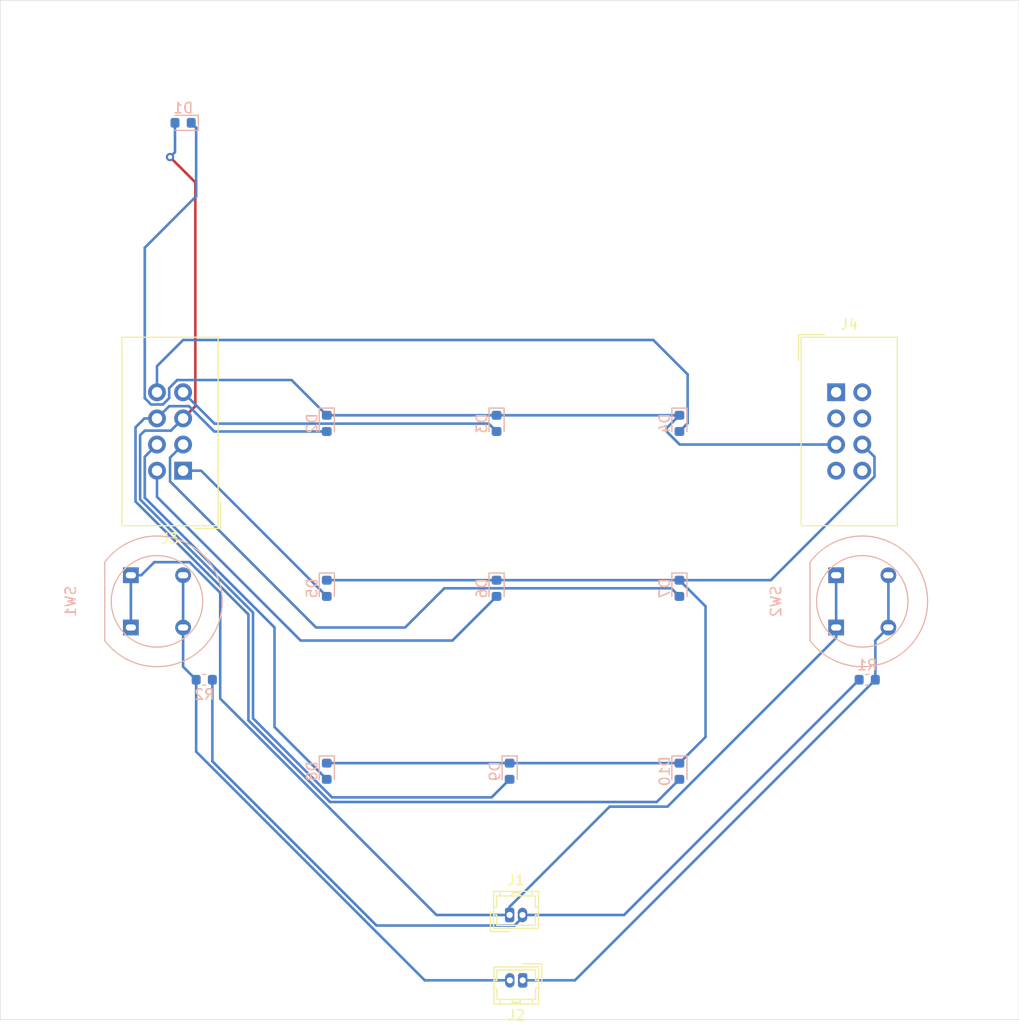
<source format=kicad_pcb>
(kicad_pcb (version 20171130) (host pcbnew "(5.1.0-0)")

  (general
    (thickness 1.6)
    (drawings 16)
    (tracks 123)
    (zones 0)
    (modules 18)
    (nets 21)
  )

  (page A4)
  (layers
    (0 F.Cu signal)
    (31 B.Cu signal)
    (32 B.Adhes user)
    (33 F.Adhes user)
    (34 B.Paste user)
    (35 F.Paste user)
    (36 B.SilkS user)
    (37 F.SilkS user)
    (38 B.Mask user)
    (39 F.Mask user)
    (40 Dwgs.User user)
    (41 Cmts.User user)
    (42 Eco1.User user)
    (43 Eco2.User user)
    (44 Edge.Cuts user)
    (45 Margin user)
    (46 B.CrtYd user)
    (47 F.CrtYd user)
    (48 B.Fab user)
    (49 F.Fab user)
  )

  (setup
    (last_trace_width 0.25)
    (trace_clearance 0.2)
    (zone_clearance 0.508)
    (zone_45_only no)
    (trace_min 0.2)
    (via_size 0.8)
    (via_drill 0.4)
    (via_min_size 0.4)
    (via_min_drill 0.3)
    (uvia_size 0.3)
    (uvia_drill 0.1)
    (uvias_allowed no)
    (uvia_min_size 0.2)
    (uvia_min_drill 0.1)
    (edge_width 0.05)
    (segment_width 0.2)
    (pcb_text_width 0.3)
    (pcb_text_size 1.5 1.5)
    (mod_edge_width 0.12)
    (mod_text_size 1 1)
    (mod_text_width 0.15)
    (pad_size 1.524 1.524)
    (pad_drill 0.762)
    (pad_to_mask_clearance 0.051)
    (solder_mask_min_width 0.25)
    (aux_axis_origin 0 0)
    (visible_elements FFFFFF7F)
    (pcbplotparams
      (layerselection 0x010fc_ffffffff)
      (usegerberextensions false)
      (usegerberattributes false)
      (usegerberadvancedattributes false)
      (creategerberjobfile false)
      (excludeedgelayer true)
      (linewidth 0.100000)
      (plotframeref false)
      (viasonmask false)
      (mode 1)
      (useauxorigin false)
      (hpglpennumber 1)
      (hpglpenspeed 20)
      (hpglpendiameter 15.000000)
      (psnegative false)
      (psa4output false)
      (plotreference true)
      (plotvalue true)
      (plotinvisibletext false)
      (padsonsilk false)
      (subtractmaskfromsilk false)
      (outputformat 1)
      (mirror false)
      (drillshape 1)
      (scaleselection 1)
      (outputdirectory ""))
  )

  (net 0 "")
  (net 1 DIG4)
  (net 2 SEGE)
  (net 3 SEGF)
  (net 4 SEGG)
  (net 5 SEGDP)
  (net 6 DIG5)
  (net 7 SEGA)
  (net 8 SEGB)
  (net 9 SEGC)
  (net 10 SEGD)
  (net 11 GND)
  (net 12 3.3V)
  (net 13 GPIO1)
  (net 14 GPIO0)
  (net 15 DIG6)
  (net 16 DIG3)
  (net 17 DIG2)
  (net 18 DIG1)
  (net 19 DIG0)
  (net 20 DIG7)

  (net_class Default "This is the default net class."
    (clearance 0.2)
    (trace_width 0.25)
    (via_dia 0.8)
    (via_drill 0.4)
    (uvia_dia 0.3)
    (uvia_drill 0.1)
    (add_net 3.3V)
    (add_net DIG0)
    (add_net DIG1)
    (add_net DIG2)
    (add_net DIG3)
    (add_net DIG4)
    (add_net DIG5)
    (add_net DIG6)
    (add_net DIG7)
    (add_net GND)
    (add_net GPIO0)
    (add_net GPIO1)
    (add_net SEGA)
    (add_net SEGB)
    (add_net SEGC)
    (add_net SEGD)
    (add_net SEGDP)
    (add_net SEGE)
    (add_net SEGF)
    (add_net SEGG)
  )

  (module LED_SMD:LED_0603_1608Metric (layer B.Cu) (tedit 5B301BBE) (tstamp 5D22972C)
    (at 119.38 58.9025 180)
    (descr "LED SMD 0603 (1608 Metric), square (rectangular) end terminal, IPC_7351 nominal, (Body size source: http://www.tortai-tech.com/upload/download/2011102023233369053.pdf), generated with kicad-footprint-generator")
    (tags diode)
    (path /5D346D6E)
    (attr smd)
    (fp_text reference D1 (at 0 1.43 180) (layer B.SilkS)
      (effects (font (size 1 1) (thickness 0.15)) (justify mirror))
    )
    (fp_text value LED (at 0 -1.43 180) (layer B.Fab)
      (effects (font (size 1 1) (thickness 0.15)) (justify mirror))
    )
    (fp_line (start 0.8 0.4) (end -0.5 0.4) (layer B.Fab) (width 0.1))
    (fp_line (start -0.5 0.4) (end -0.8 0.1) (layer B.Fab) (width 0.1))
    (fp_line (start -0.8 0.1) (end -0.8 -0.4) (layer B.Fab) (width 0.1))
    (fp_line (start -0.8 -0.4) (end 0.8 -0.4) (layer B.Fab) (width 0.1))
    (fp_line (start 0.8 -0.4) (end 0.8 0.4) (layer B.Fab) (width 0.1))
    (fp_line (start 0.8 0.735) (end -1.485 0.735) (layer B.SilkS) (width 0.12))
    (fp_line (start -1.485 0.735) (end -1.485 -0.735) (layer B.SilkS) (width 0.12))
    (fp_line (start -1.485 -0.735) (end 0.8 -0.735) (layer B.SilkS) (width 0.12))
    (fp_line (start -1.48 -0.73) (end -1.48 0.73) (layer B.CrtYd) (width 0.05))
    (fp_line (start -1.48 0.73) (end 1.48 0.73) (layer B.CrtYd) (width 0.05))
    (fp_line (start 1.48 0.73) (end 1.48 -0.73) (layer B.CrtYd) (width 0.05))
    (fp_line (start 1.48 -0.73) (end -1.48 -0.73) (layer B.CrtYd) (width 0.05))
    (fp_text user %R (at 0 0 180) (layer B.Fab)
      (effects (font (size 0.4 0.4) (thickness 0.06)) (justify mirror))
    )
    (pad 1 smd roundrect (at -0.7875 0 180) (size 0.875 0.95) (layers B.Cu B.Paste B.Mask) (roundrect_rratio 0.25)
      (net 1 DIG4))
    (pad 2 smd roundrect (at 0.7875 0 180) (size 0.875 0.95) (layers B.Cu B.Paste B.Mask) (roundrect_rratio 0.25)
      (net 2 SEGE))
    (model ${KISYS3DMOD}/LED_SMD.3dshapes/LED_0603_1608Metric.wrl
      (at (xyz 0 0 0))
      (scale (xyz 1 1 1))
      (rotate (xyz 0 0 0))
    )
  )

  (module LED_SMD:LED_0603_1608Metric (layer B.Cu) (tedit 5B301BBE) (tstamp 5D22973F)
    (at 133.35 88.1125 270)
    (descr "LED SMD 0603 (1608 Metric), square (rectangular) end terminal, IPC_7351 nominal, (Body size source: http://www.tortai-tech.com/upload/download/2011102023233369053.pdf), generated with kicad-footprint-generator")
    (tags diode)
    (path /5D3473DE)
    (attr smd)
    (fp_text reference D2 (at 0 1.43 270) (layer B.SilkS)
      (effects (font (size 1 1) (thickness 0.15)) (justify mirror))
    )
    (fp_text value LED (at 0 -1.43 270) (layer B.Fab)
      (effects (font (size 1 1) (thickness 0.15)) (justify mirror))
    )
    (fp_text user %R (at 0 0 270) (layer B.Fab)
      (effects (font (size 0.4 0.4) (thickness 0.06)) (justify mirror))
    )
    (fp_line (start 1.48 -0.73) (end -1.48 -0.73) (layer B.CrtYd) (width 0.05))
    (fp_line (start 1.48 0.73) (end 1.48 -0.73) (layer B.CrtYd) (width 0.05))
    (fp_line (start -1.48 0.73) (end 1.48 0.73) (layer B.CrtYd) (width 0.05))
    (fp_line (start -1.48 -0.73) (end -1.48 0.73) (layer B.CrtYd) (width 0.05))
    (fp_line (start -1.485 -0.735) (end 0.8 -0.735) (layer B.SilkS) (width 0.12))
    (fp_line (start -1.485 0.735) (end -1.485 -0.735) (layer B.SilkS) (width 0.12))
    (fp_line (start 0.8 0.735) (end -1.485 0.735) (layer B.SilkS) (width 0.12))
    (fp_line (start 0.8 -0.4) (end 0.8 0.4) (layer B.Fab) (width 0.1))
    (fp_line (start -0.8 -0.4) (end 0.8 -0.4) (layer B.Fab) (width 0.1))
    (fp_line (start -0.8 0.1) (end -0.8 -0.4) (layer B.Fab) (width 0.1))
    (fp_line (start -0.5 0.4) (end -0.8 0.1) (layer B.Fab) (width 0.1))
    (fp_line (start 0.8 0.4) (end -0.5 0.4) (layer B.Fab) (width 0.1))
    (pad 2 smd roundrect (at 0.7875 0 270) (size 0.875 0.95) (layers B.Cu B.Paste B.Mask) (roundrect_rratio 0.25)
      (net 3 SEGF))
    (pad 1 smd roundrect (at -0.7875 0 270) (size 0.875 0.95) (layers B.Cu B.Paste B.Mask) (roundrect_rratio 0.25)
      (net 1 DIG4))
    (model ${KISYS3DMOD}/LED_SMD.3dshapes/LED_0603_1608Metric.wrl
      (at (xyz 0 0 0))
      (scale (xyz 1 1 1))
      (rotate (xyz 0 0 0))
    )
  )

  (module LED_SMD:LED_0603_1608Metric (layer B.Cu) (tedit 5B301BBE) (tstamp 5D229752)
    (at 149.86 88.1125 270)
    (descr "LED SMD 0603 (1608 Metric), square (rectangular) end terminal, IPC_7351 nominal, (Body size source: http://www.tortai-tech.com/upload/download/2011102023233369053.pdf), generated with kicad-footprint-generator")
    (tags diode)
    (path /5D3479C8)
    (attr smd)
    (fp_text reference D3 (at 0 1.43 270) (layer B.SilkS)
      (effects (font (size 1 1) (thickness 0.15)) (justify mirror))
    )
    (fp_text value LED (at 0 -1.43 270) (layer B.Fab)
      (effects (font (size 1 1) (thickness 0.15)) (justify mirror))
    )
    (fp_line (start 0.8 0.4) (end -0.5 0.4) (layer B.Fab) (width 0.1))
    (fp_line (start -0.5 0.4) (end -0.8 0.1) (layer B.Fab) (width 0.1))
    (fp_line (start -0.8 0.1) (end -0.8 -0.4) (layer B.Fab) (width 0.1))
    (fp_line (start -0.8 -0.4) (end 0.8 -0.4) (layer B.Fab) (width 0.1))
    (fp_line (start 0.8 -0.4) (end 0.8 0.4) (layer B.Fab) (width 0.1))
    (fp_line (start 0.8 0.735) (end -1.485 0.735) (layer B.SilkS) (width 0.12))
    (fp_line (start -1.485 0.735) (end -1.485 -0.735) (layer B.SilkS) (width 0.12))
    (fp_line (start -1.485 -0.735) (end 0.8 -0.735) (layer B.SilkS) (width 0.12))
    (fp_line (start -1.48 -0.73) (end -1.48 0.73) (layer B.CrtYd) (width 0.05))
    (fp_line (start -1.48 0.73) (end 1.48 0.73) (layer B.CrtYd) (width 0.05))
    (fp_line (start 1.48 0.73) (end 1.48 -0.73) (layer B.CrtYd) (width 0.05))
    (fp_line (start 1.48 -0.73) (end -1.48 -0.73) (layer B.CrtYd) (width 0.05))
    (fp_text user %R (at 0 0 270) (layer B.Fab)
      (effects (font (size 0.4 0.4) (thickness 0.06)) (justify mirror))
    )
    (pad 1 smd roundrect (at -0.7875 0 270) (size 0.875 0.95) (layers B.Cu B.Paste B.Mask) (roundrect_rratio 0.25)
      (net 1 DIG4))
    (pad 2 smd roundrect (at 0.7875 0 270) (size 0.875 0.95) (layers B.Cu B.Paste B.Mask) (roundrect_rratio 0.25)
      (net 4 SEGG))
    (model ${KISYS3DMOD}/LED_SMD.3dshapes/LED_0603_1608Metric.wrl
      (at (xyz 0 0 0))
      (scale (xyz 1 1 1))
      (rotate (xyz 0 0 0))
    )
  )

  (module LED_SMD:LED_0603_1608Metric (layer B.Cu) (tedit 5B301BBE) (tstamp 5D22ACF9)
    (at 167.64 88.1125 270)
    (descr "LED SMD 0603 (1608 Metric), square (rectangular) end terminal, IPC_7351 nominal, (Body size source: http://www.tortai-tech.com/upload/download/2011102023233369053.pdf), generated with kicad-footprint-generator")
    (tags diode)
    (path /5D3498A8)
    (attr smd)
    (fp_text reference D4 (at 0 1.43 270) (layer B.SilkS)
      (effects (font (size 1 1) (thickness 0.15)) (justify mirror))
    )
    (fp_text value LED (at 0 -1.43 270) (layer B.Fab)
      (effects (font (size 1 1) (thickness 0.15)) (justify mirror))
    )
    (fp_text user %R (at 0 0 270) (layer B.Fab)
      (effects (font (size 0.4 0.4) (thickness 0.06)) (justify mirror))
    )
    (fp_line (start 1.48 -0.73) (end -1.48 -0.73) (layer B.CrtYd) (width 0.05))
    (fp_line (start 1.48 0.73) (end 1.48 -0.73) (layer B.CrtYd) (width 0.05))
    (fp_line (start -1.48 0.73) (end 1.48 0.73) (layer B.CrtYd) (width 0.05))
    (fp_line (start -1.48 -0.73) (end -1.48 0.73) (layer B.CrtYd) (width 0.05))
    (fp_line (start -1.485 -0.735) (end 0.8 -0.735) (layer B.SilkS) (width 0.12))
    (fp_line (start -1.485 0.735) (end -1.485 -0.735) (layer B.SilkS) (width 0.12))
    (fp_line (start 0.8 0.735) (end -1.485 0.735) (layer B.SilkS) (width 0.12))
    (fp_line (start 0.8 -0.4) (end 0.8 0.4) (layer B.Fab) (width 0.1))
    (fp_line (start -0.8 -0.4) (end 0.8 -0.4) (layer B.Fab) (width 0.1))
    (fp_line (start -0.8 0.1) (end -0.8 -0.4) (layer B.Fab) (width 0.1))
    (fp_line (start -0.5 0.4) (end -0.8 0.1) (layer B.Fab) (width 0.1))
    (fp_line (start 0.8 0.4) (end -0.5 0.4) (layer B.Fab) (width 0.1))
    (pad 2 smd roundrect (at 0.7875 0 270) (size 0.875 0.95) (layers B.Cu B.Paste B.Mask) (roundrect_rratio 0.25)
      (net 5 SEGDP))
    (pad 1 smd roundrect (at -0.7875 0 270) (size 0.875 0.95) (layers B.Cu B.Paste B.Mask) (roundrect_rratio 0.25)
      (net 1 DIG4))
    (model ${KISYS3DMOD}/LED_SMD.3dshapes/LED_0603_1608Metric.wrl
      (at (xyz 0 0 0))
      (scale (xyz 1 1 1))
      (rotate (xyz 0 0 0))
    )
  )

  (module LED_SMD:LED_0603_1608Metric (layer B.Cu) (tedit 5B301BBE) (tstamp 5D229778)
    (at 133.35 104.14 270)
    (descr "LED SMD 0603 (1608 Metric), square (rectangular) end terminal, IPC_7351 nominal, (Body size source: http://www.tortai-tech.com/upload/download/2011102023233369053.pdf), generated with kicad-footprint-generator")
    (tags diode)
    (path /5D3498B2)
    (attr smd)
    (fp_text reference D5 (at 0 1.43 270) (layer B.SilkS)
      (effects (font (size 1 1) (thickness 0.15)) (justify mirror))
    )
    (fp_text value LED (at 0 -1.43 270) (layer B.Fab)
      (effects (font (size 1 1) (thickness 0.15)) (justify mirror))
    )
    (fp_line (start 0.8 0.4) (end -0.5 0.4) (layer B.Fab) (width 0.1))
    (fp_line (start -0.5 0.4) (end -0.8 0.1) (layer B.Fab) (width 0.1))
    (fp_line (start -0.8 0.1) (end -0.8 -0.4) (layer B.Fab) (width 0.1))
    (fp_line (start -0.8 -0.4) (end 0.8 -0.4) (layer B.Fab) (width 0.1))
    (fp_line (start 0.8 -0.4) (end 0.8 0.4) (layer B.Fab) (width 0.1))
    (fp_line (start 0.8 0.735) (end -1.485 0.735) (layer B.SilkS) (width 0.12))
    (fp_line (start -1.485 0.735) (end -1.485 -0.735) (layer B.SilkS) (width 0.12))
    (fp_line (start -1.485 -0.735) (end 0.8 -0.735) (layer B.SilkS) (width 0.12))
    (fp_line (start -1.48 -0.73) (end -1.48 0.73) (layer B.CrtYd) (width 0.05))
    (fp_line (start -1.48 0.73) (end 1.48 0.73) (layer B.CrtYd) (width 0.05))
    (fp_line (start 1.48 0.73) (end 1.48 -0.73) (layer B.CrtYd) (width 0.05))
    (fp_line (start 1.48 -0.73) (end -1.48 -0.73) (layer B.CrtYd) (width 0.05))
    (fp_text user %R (at 0 0 270) (layer B.Fab)
      (effects (font (size 0.4 0.4) (thickness 0.06)) (justify mirror))
    )
    (pad 1 smd roundrect (at -0.7875 0 270) (size 0.875 0.95) (layers B.Cu B.Paste B.Mask) (roundrect_rratio 0.25)
      (net 6 DIG5))
    (pad 2 smd roundrect (at 0.7875 0 270) (size 0.875 0.95) (layers B.Cu B.Paste B.Mask) (roundrect_rratio 0.25)
      (net 7 SEGA))
    (model ${KISYS3DMOD}/LED_SMD.3dshapes/LED_0603_1608Metric.wrl
      (at (xyz 0 0 0))
      (scale (xyz 1 1 1))
      (rotate (xyz 0 0 0))
    )
  )

  (module LED_SMD:LED_0603_1608Metric (layer B.Cu) (tedit 5B301BBE) (tstamp 5D22978B)
    (at 149.86 104.14 270)
    (descr "LED SMD 0603 (1608 Metric), square (rectangular) end terminal, IPC_7351 nominal, (Body size source: http://www.tortai-tech.com/upload/download/2011102023233369053.pdf), generated with kicad-footprint-generator")
    (tags diode)
    (path /5D3498BC)
    (attr smd)
    (fp_text reference D6 (at 0 1.43 270) (layer B.SilkS)
      (effects (font (size 1 1) (thickness 0.15)) (justify mirror))
    )
    (fp_text value LED (at 0 -1.43 270) (layer B.Fab)
      (effects (font (size 1 1) (thickness 0.15)) (justify mirror))
    )
    (fp_text user %R (at 0 0 270) (layer B.Fab)
      (effects (font (size 0.4 0.4) (thickness 0.06)) (justify mirror))
    )
    (fp_line (start 1.48 -0.73) (end -1.48 -0.73) (layer B.CrtYd) (width 0.05))
    (fp_line (start 1.48 0.73) (end 1.48 -0.73) (layer B.CrtYd) (width 0.05))
    (fp_line (start -1.48 0.73) (end 1.48 0.73) (layer B.CrtYd) (width 0.05))
    (fp_line (start -1.48 -0.73) (end -1.48 0.73) (layer B.CrtYd) (width 0.05))
    (fp_line (start -1.485 -0.735) (end 0.8 -0.735) (layer B.SilkS) (width 0.12))
    (fp_line (start -1.485 0.735) (end -1.485 -0.735) (layer B.SilkS) (width 0.12))
    (fp_line (start 0.8 0.735) (end -1.485 0.735) (layer B.SilkS) (width 0.12))
    (fp_line (start 0.8 -0.4) (end 0.8 0.4) (layer B.Fab) (width 0.1))
    (fp_line (start -0.8 -0.4) (end 0.8 -0.4) (layer B.Fab) (width 0.1))
    (fp_line (start -0.8 0.1) (end -0.8 -0.4) (layer B.Fab) (width 0.1))
    (fp_line (start -0.5 0.4) (end -0.8 0.1) (layer B.Fab) (width 0.1))
    (fp_line (start 0.8 0.4) (end -0.5 0.4) (layer B.Fab) (width 0.1))
    (pad 2 smd roundrect (at 0.7875 0 270) (size 0.875 0.95) (layers B.Cu B.Paste B.Mask) (roundrect_rratio 0.25)
      (net 8 SEGB))
    (pad 1 smd roundrect (at -0.7875 0 270) (size 0.875 0.95) (layers B.Cu B.Paste B.Mask) (roundrect_rratio 0.25)
      (net 6 DIG5))
    (model ${KISYS3DMOD}/LED_SMD.3dshapes/LED_0603_1608Metric.wrl
      (at (xyz 0 0 0))
      (scale (xyz 1 1 1))
      (rotate (xyz 0 0 0))
    )
  )

  (module LED_SMD:LED_0603_1608Metric (layer B.Cu) (tedit 5B301BBE) (tstamp 5D22979E)
    (at 167.64 104.14 270)
    (descr "LED SMD 0603 (1608 Metric), square (rectangular) end terminal, IPC_7351 nominal, (Body size source: http://www.tortai-tech.com/upload/download/2011102023233369053.pdf), generated with kicad-footprint-generator")
    (tags diode)
    (path /5D34DB1C)
    (attr smd)
    (fp_text reference D7 (at 0 1.43 270) (layer B.SilkS)
      (effects (font (size 1 1) (thickness 0.15)) (justify mirror))
    )
    (fp_text value LED (at 0 -1.43 270) (layer B.Fab)
      (effects (font (size 1 1) (thickness 0.15)) (justify mirror))
    )
    (fp_line (start 0.8 0.4) (end -0.5 0.4) (layer B.Fab) (width 0.1))
    (fp_line (start -0.5 0.4) (end -0.8 0.1) (layer B.Fab) (width 0.1))
    (fp_line (start -0.8 0.1) (end -0.8 -0.4) (layer B.Fab) (width 0.1))
    (fp_line (start -0.8 -0.4) (end 0.8 -0.4) (layer B.Fab) (width 0.1))
    (fp_line (start 0.8 -0.4) (end 0.8 0.4) (layer B.Fab) (width 0.1))
    (fp_line (start 0.8 0.735) (end -1.485 0.735) (layer B.SilkS) (width 0.12))
    (fp_line (start -1.485 0.735) (end -1.485 -0.735) (layer B.SilkS) (width 0.12))
    (fp_line (start -1.485 -0.735) (end 0.8 -0.735) (layer B.SilkS) (width 0.12))
    (fp_line (start -1.48 -0.73) (end -1.48 0.73) (layer B.CrtYd) (width 0.05))
    (fp_line (start -1.48 0.73) (end 1.48 0.73) (layer B.CrtYd) (width 0.05))
    (fp_line (start 1.48 0.73) (end 1.48 -0.73) (layer B.CrtYd) (width 0.05))
    (fp_line (start 1.48 -0.73) (end -1.48 -0.73) (layer B.CrtYd) (width 0.05))
    (fp_text user %R (at 0 0 270) (layer B.Fab)
      (effects (font (size 0.4 0.4) (thickness 0.06)) (justify mirror))
    )
    (pad 1 smd roundrect (at -0.7875 0 270) (size 0.875 0.95) (layers B.Cu B.Paste B.Mask) (roundrect_rratio 0.25)
      (net 6 DIG5))
    (pad 2 smd roundrect (at 0.7875 0 270) (size 0.875 0.95) (layers B.Cu B.Paste B.Mask) (roundrect_rratio 0.25)
      (net 9 SEGC))
    (model ${KISYS3DMOD}/LED_SMD.3dshapes/LED_0603_1608Metric.wrl
      (at (xyz 0 0 0))
      (scale (xyz 1 1 1))
      (rotate (xyz 0 0 0))
    )
  )

  (module LED_SMD:LED_0603_1608Metric (layer B.Cu) (tedit 5B301BBE) (tstamp 5D2297B1)
    (at 133.35 121.92 270)
    (descr "LED SMD 0603 (1608 Metric), square (rectangular) end terminal, IPC_7351 nominal, (Body size source: http://www.tortai-tech.com/upload/download/2011102023233369053.pdf), generated with kicad-footprint-generator")
    (tags diode)
    (path /5D34DB26)
    (attr smd)
    (fp_text reference D8 (at 0 1.43 270) (layer B.SilkS)
      (effects (font (size 1 1) (thickness 0.15)) (justify mirror))
    )
    (fp_text value LED (at 0 -1.43 270) (layer B.Fab)
      (effects (font (size 1 1) (thickness 0.15)) (justify mirror))
    )
    (fp_text user %R (at 0 0 270) (layer B.Fab)
      (effects (font (size 0.4 0.4) (thickness 0.06)) (justify mirror))
    )
    (fp_line (start 1.48 -0.73) (end -1.48 -0.73) (layer B.CrtYd) (width 0.05))
    (fp_line (start 1.48 0.73) (end 1.48 -0.73) (layer B.CrtYd) (width 0.05))
    (fp_line (start -1.48 0.73) (end 1.48 0.73) (layer B.CrtYd) (width 0.05))
    (fp_line (start -1.48 -0.73) (end -1.48 0.73) (layer B.CrtYd) (width 0.05))
    (fp_line (start -1.485 -0.735) (end 0.8 -0.735) (layer B.SilkS) (width 0.12))
    (fp_line (start -1.485 0.735) (end -1.485 -0.735) (layer B.SilkS) (width 0.12))
    (fp_line (start 0.8 0.735) (end -1.485 0.735) (layer B.SilkS) (width 0.12))
    (fp_line (start 0.8 -0.4) (end 0.8 0.4) (layer B.Fab) (width 0.1))
    (fp_line (start -0.8 -0.4) (end 0.8 -0.4) (layer B.Fab) (width 0.1))
    (fp_line (start -0.8 0.1) (end -0.8 -0.4) (layer B.Fab) (width 0.1))
    (fp_line (start -0.5 0.4) (end -0.8 0.1) (layer B.Fab) (width 0.1))
    (fp_line (start 0.8 0.4) (end -0.5 0.4) (layer B.Fab) (width 0.1))
    (pad 2 smd roundrect (at 0.7875 0 270) (size 0.875 0.95) (layers B.Cu B.Paste B.Mask) (roundrect_rratio 0.25)
      (net 10 SEGD))
    (pad 1 smd roundrect (at -0.7875 0 270) (size 0.875 0.95) (layers B.Cu B.Paste B.Mask) (roundrect_rratio 0.25)
      (net 6 DIG5))
    (model ${KISYS3DMOD}/LED_SMD.3dshapes/LED_0603_1608Metric.wrl
      (at (xyz 0 0 0))
      (scale (xyz 1 1 1))
      (rotate (xyz 0 0 0))
    )
  )

  (module LED_SMD:LED_0603_1608Metric (layer B.Cu) (tedit 5B301BBE) (tstamp 5D2297C4)
    (at 151.13 121.92 270)
    (descr "LED SMD 0603 (1608 Metric), square (rectangular) end terminal, IPC_7351 nominal, (Body size source: http://www.tortai-tech.com/upload/download/2011102023233369053.pdf), generated with kicad-footprint-generator")
    (tags diode)
    (path /5D34DB30)
    (attr smd)
    (fp_text reference D9 (at 0 1.43 270) (layer B.SilkS)
      (effects (font (size 1 1) (thickness 0.15)) (justify mirror))
    )
    (fp_text value LED (at 0 -1.43 270) (layer B.Fab)
      (effects (font (size 1 1) (thickness 0.15)) (justify mirror))
    )
    (fp_line (start 0.8 0.4) (end -0.5 0.4) (layer B.Fab) (width 0.1))
    (fp_line (start -0.5 0.4) (end -0.8 0.1) (layer B.Fab) (width 0.1))
    (fp_line (start -0.8 0.1) (end -0.8 -0.4) (layer B.Fab) (width 0.1))
    (fp_line (start -0.8 -0.4) (end 0.8 -0.4) (layer B.Fab) (width 0.1))
    (fp_line (start 0.8 -0.4) (end 0.8 0.4) (layer B.Fab) (width 0.1))
    (fp_line (start 0.8 0.735) (end -1.485 0.735) (layer B.SilkS) (width 0.12))
    (fp_line (start -1.485 0.735) (end -1.485 -0.735) (layer B.SilkS) (width 0.12))
    (fp_line (start -1.485 -0.735) (end 0.8 -0.735) (layer B.SilkS) (width 0.12))
    (fp_line (start -1.48 -0.73) (end -1.48 0.73) (layer B.CrtYd) (width 0.05))
    (fp_line (start -1.48 0.73) (end 1.48 0.73) (layer B.CrtYd) (width 0.05))
    (fp_line (start 1.48 0.73) (end 1.48 -0.73) (layer B.CrtYd) (width 0.05))
    (fp_line (start 1.48 -0.73) (end -1.48 -0.73) (layer B.CrtYd) (width 0.05))
    (fp_text user %R (at 0 0 270) (layer B.Fab)
      (effects (font (size 0.4 0.4) (thickness 0.06)) (justify mirror))
    )
    (pad 1 smd roundrect (at -0.7875 0 270) (size 0.875 0.95) (layers B.Cu B.Paste B.Mask) (roundrect_rratio 0.25)
      (net 6 DIG5))
    (pad 2 smd roundrect (at 0.7875 0 270) (size 0.875 0.95) (layers B.Cu B.Paste B.Mask) (roundrect_rratio 0.25)
      (net 2 SEGE))
    (model ${KISYS3DMOD}/LED_SMD.3dshapes/LED_0603_1608Metric.wrl
      (at (xyz 0 0 0))
      (scale (xyz 1 1 1))
      (rotate (xyz 0 0 0))
    )
  )

  (module Connector_Hirose:Hirose_DF13-02P-1.25DSA_1x02_P1.25mm_Vertical (layer F.Cu) (tedit 5B77E5EB) (tstamp 5D2297F1)
    (at 151.13 135.89)
    (descr "Molex DF13 through hole, DF13-02P-1.25DSA, 2 Pins per row (https://www.hirose.com/product/en/products/DF13/DF13-2P-1.25DSA%2850%29/), generated with kicad-footprint-generator")
    (tags "connector Hirose  side entry")
    (path /5D357FE5)
    (fp_text reference J1 (at 0.62 -3.4) (layer F.SilkS)
      (effects (font (size 1 1) (thickness 0.15)))
    )
    (fp_text value Conn_01x02 (at 0.62 2.4) (layer F.Fab)
      (effects (font (size 1 1) (thickness 0.15)))
    )
    (fp_line (start -1.45 -2.2) (end -1.45 1.2) (layer F.Fab) (width 0.1))
    (fp_line (start -1.45 1.2) (end 2.7 1.2) (layer F.Fab) (width 0.1))
    (fp_line (start 2.7 1.2) (end 2.7 -2.2) (layer F.Fab) (width 0.1))
    (fp_line (start 2.7 -2.2) (end -1.45 -2.2) (layer F.Fab) (width 0.1))
    (fp_line (start -1.55 -2.3) (end -1.55 1.3) (layer F.SilkS) (width 0.12))
    (fp_line (start -1.55 1.3) (end 2.8 1.3) (layer F.SilkS) (width 0.12))
    (fp_line (start 2.8 1.3) (end 2.8 -2.3) (layer F.SilkS) (width 0.12))
    (fp_line (start 2.8 -2.3) (end -1.55 -2.3) (layer F.SilkS) (width 0.12))
    (fp_line (start -1.86 -0.3) (end -1.86 1.61) (layer F.SilkS) (width 0.12))
    (fp_line (start -1.86 1.61) (end 0.05 1.61) (layer F.SilkS) (width 0.12))
    (fp_line (start -0.5 1.2) (end 0 0.492893) (layer F.Fab) (width 0.1))
    (fp_line (start 0 0.492893) (end 0.5 1.2) (layer F.Fab) (width 0.1))
    (fp_line (start -1.55 0) (end -1.25 0) (layer F.SilkS) (width 0.12))
    (fp_line (start -1.25 0) (end -1.25 1) (layer F.SilkS) (width 0.12))
    (fp_line (start -1.25 1) (end 2.5 1) (layer F.SilkS) (width 0.12))
    (fp_line (start 2.5 1) (end 2.5 0) (layer F.SilkS) (width 0.12))
    (fp_line (start 2.5 0) (end 2.8 0) (layer F.SilkS) (width 0.12))
    (fp_line (start -1.55 -0.75) (end -1.25 -0.75) (layer F.SilkS) (width 0.12))
    (fp_line (start -1.25 -0.75) (end -1.25 -1.85) (layer F.SilkS) (width 0.12))
    (fp_line (start -1.25 -1.85) (end -0.95 -1.85) (layer F.SilkS) (width 0.12))
    (fp_line (start -0.95 -1.85) (end -0.95 -2.3) (layer F.SilkS) (width 0.12))
    (fp_line (start 2.8 -0.75) (end 2.5 -0.75) (layer F.SilkS) (width 0.12))
    (fp_line (start 2.5 -0.75) (end 2.5 -1.85) (layer F.SilkS) (width 0.12))
    (fp_line (start 2.5 -1.85) (end 2.2 -1.85) (layer F.SilkS) (width 0.12))
    (fp_line (start 2.2 -1.85) (end 2.2 -2.3) (layer F.SilkS) (width 0.12))
    (fp_line (start -0.95 -1.85) (end 0.25 -1.85) (layer F.SilkS) (width 0.12))
    (fp_line (start 0.25 -1.85) (end 0.25 -2.15) (layer F.SilkS) (width 0.12))
    (fp_line (start 0.25 -2.15) (end 1 -2.15) (layer F.SilkS) (width 0.12))
    (fp_line (start 1 -2.15) (end 1 -1.85) (layer F.SilkS) (width 0.12))
    (fp_line (start 1 -1.85) (end 0.25 -1.85) (layer F.SilkS) (width 0.12))
    (fp_line (start 0.25 -1.85) (end 0.25 -2.15) (layer F.SilkS) (width 0.12))
    (fp_line (start 0.25 -2.15) (end 1 -2.15) (layer F.SilkS) (width 0.12))
    (fp_line (start 1 -2.15) (end 1 -1.85) (layer F.SilkS) (width 0.12))
    (fp_line (start 1 -1.85) (end 2.2 -1.85) (layer F.SilkS) (width 0.12))
    (fp_line (start -1.95 -2.7) (end -1.95 1.7) (layer F.CrtYd) (width 0.05))
    (fp_line (start -1.95 1.7) (end 3.2 1.7) (layer F.CrtYd) (width 0.05))
    (fp_line (start 3.2 1.7) (end 3.2 -2.7) (layer F.CrtYd) (width 0.05))
    (fp_line (start 3.2 -2.7) (end -1.95 -2.7) (layer F.CrtYd) (width 0.05))
    (fp_text user %R (at 0.62 -1.5) (layer F.Fab)
      (effects (font (size 1 1) (thickness 0.15)))
    )
    (pad 1 thru_hole roundrect (at 0 0) (size 0.9 1.4) (drill 0.6) (layers *.Cu *.Mask) (roundrect_rratio 0.25)
      (net 11 GND))
    (pad 2 thru_hole oval (at 1.25 0) (size 0.9 1.4) (drill 0.6) (layers *.Cu *.Mask)
      (net 12 3.3V))
    (model ${KISYS3DMOD}/Connector_Hirose.3dshapes/Hirose_DF13-02P-1.25DSA_1x02_P1.25mm_Vertical.wrl
      (at (xyz 0 0 0))
      (scale (xyz 1 1 1))
      (rotate (xyz 0 0 0))
    )
  )

  (module Connector_Hirose:Hirose_DF13-02P-1.25DSA_1x02_P1.25mm_Vertical (layer F.Cu) (tedit 5B77E5EB) (tstamp 5D22981E)
    (at 152.4 142.24 180)
    (descr "Molex DF13 through hole, DF13-02P-1.25DSA, 2 Pins per row (https://www.hirose.com/product/en/products/DF13/DF13-2P-1.25DSA%2850%29/), generated with kicad-footprint-generator")
    (tags "connector Hirose  side entry")
    (path /5D35D634)
    (fp_text reference J2 (at 0.62 -3.4 180) (layer F.SilkS)
      (effects (font (size 1 1) (thickness 0.15)))
    )
    (fp_text value Conn_01x02 (at 0.62 2.4 180) (layer F.Fab)
      (effects (font (size 1 1) (thickness 0.15)))
    )
    (fp_text user %R (at 0.62 -1.5 180) (layer F.Fab)
      (effects (font (size 1 1) (thickness 0.15)))
    )
    (fp_line (start 3.2 -2.7) (end -1.95 -2.7) (layer F.CrtYd) (width 0.05))
    (fp_line (start 3.2 1.7) (end 3.2 -2.7) (layer F.CrtYd) (width 0.05))
    (fp_line (start -1.95 1.7) (end 3.2 1.7) (layer F.CrtYd) (width 0.05))
    (fp_line (start -1.95 -2.7) (end -1.95 1.7) (layer F.CrtYd) (width 0.05))
    (fp_line (start 1 -1.85) (end 2.2 -1.85) (layer F.SilkS) (width 0.12))
    (fp_line (start 1 -2.15) (end 1 -1.85) (layer F.SilkS) (width 0.12))
    (fp_line (start 0.25 -2.15) (end 1 -2.15) (layer F.SilkS) (width 0.12))
    (fp_line (start 0.25 -1.85) (end 0.25 -2.15) (layer F.SilkS) (width 0.12))
    (fp_line (start 1 -1.85) (end 0.25 -1.85) (layer F.SilkS) (width 0.12))
    (fp_line (start 1 -2.15) (end 1 -1.85) (layer F.SilkS) (width 0.12))
    (fp_line (start 0.25 -2.15) (end 1 -2.15) (layer F.SilkS) (width 0.12))
    (fp_line (start 0.25 -1.85) (end 0.25 -2.15) (layer F.SilkS) (width 0.12))
    (fp_line (start -0.95 -1.85) (end 0.25 -1.85) (layer F.SilkS) (width 0.12))
    (fp_line (start 2.2 -1.85) (end 2.2 -2.3) (layer F.SilkS) (width 0.12))
    (fp_line (start 2.5 -1.85) (end 2.2 -1.85) (layer F.SilkS) (width 0.12))
    (fp_line (start 2.5 -0.75) (end 2.5 -1.85) (layer F.SilkS) (width 0.12))
    (fp_line (start 2.8 -0.75) (end 2.5 -0.75) (layer F.SilkS) (width 0.12))
    (fp_line (start -0.95 -1.85) (end -0.95 -2.3) (layer F.SilkS) (width 0.12))
    (fp_line (start -1.25 -1.85) (end -0.95 -1.85) (layer F.SilkS) (width 0.12))
    (fp_line (start -1.25 -0.75) (end -1.25 -1.85) (layer F.SilkS) (width 0.12))
    (fp_line (start -1.55 -0.75) (end -1.25 -0.75) (layer F.SilkS) (width 0.12))
    (fp_line (start 2.5 0) (end 2.8 0) (layer F.SilkS) (width 0.12))
    (fp_line (start 2.5 1) (end 2.5 0) (layer F.SilkS) (width 0.12))
    (fp_line (start -1.25 1) (end 2.5 1) (layer F.SilkS) (width 0.12))
    (fp_line (start -1.25 0) (end -1.25 1) (layer F.SilkS) (width 0.12))
    (fp_line (start -1.55 0) (end -1.25 0) (layer F.SilkS) (width 0.12))
    (fp_line (start 0 0.492893) (end 0.5 1.2) (layer F.Fab) (width 0.1))
    (fp_line (start -0.5 1.2) (end 0 0.492893) (layer F.Fab) (width 0.1))
    (fp_line (start -1.86 1.61) (end 0.05 1.61) (layer F.SilkS) (width 0.12))
    (fp_line (start -1.86 -0.3) (end -1.86 1.61) (layer F.SilkS) (width 0.12))
    (fp_line (start 2.8 -2.3) (end -1.55 -2.3) (layer F.SilkS) (width 0.12))
    (fp_line (start 2.8 1.3) (end 2.8 -2.3) (layer F.SilkS) (width 0.12))
    (fp_line (start -1.55 1.3) (end 2.8 1.3) (layer F.SilkS) (width 0.12))
    (fp_line (start -1.55 -2.3) (end -1.55 1.3) (layer F.SilkS) (width 0.12))
    (fp_line (start 2.7 -2.2) (end -1.45 -2.2) (layer F.Fab) (width 0.1))
    (fp_line (start 2.7 1.2) (end 2.7 -2.2) (layer F.Fab) (width 0.1))
    (fp_line (start -1.45 1.2) (end 2.7 1.2) (layer F.Fab) (width 0.1))
    (fp_line (start -1.45 -2.2) (end -1.45 1.2) (layer F.Fab) (width 0.1))
    (pad 2 thru_hole oval (at 1.25 0 180) (size 0.9 1.4) (drill 0.6) (layers *.Cu *.Mask)
      (net 13 GPIO1))
    (pad 1 thru_hole roundrect (at 0 0 180) (size 0.9 1.4) (drill 0.6) (layers *.Cu *.Mask) (roundrect_rratio 0.25)
      (net 14 GPIO0))
    (model ${KISYS3DMOD}/Connector_Hirose.3dshapes/Hirose_DF13-02P-1.25DSA_1x02_P1.25mm_Vertical.wrl
      (at (xyz 0 0 0))
      (scale (xyz 1 1 1))
      (rotate (xyz 0 0 0))
    )
  )

  (module Connector_IDC:IDC-Header_2x04_P2.54mm_Vertical (layer F.Cu) (tedit 59DE070F) (tstamp 5D229844)
    (at 119.38 92.71 180)
    (descr "Through hole straight IDC box header, 2x04, 2.54mm pitch, double rows")
    (tags "Through hole IDC box header THT 2x04 2.54mm double row")
    (path /5D344083)
    (fp_text reference J3 (at 1.27 -6.604 180) (layer F.SilkS)
      (effects (font (size 1 1) (thickness 0.15)))
    )
    (fp_text value Conn_02x04_Counter_Clockwise (at 1.27 14.224 180) (layer F.Fab)
      (effects (font (size 1 1) (thickness 0.15)))
    )
    (fp_text user %R (at 1.27 3.81 180) (layer F.Fab)
      (effects (font (size 1 1) (thickness 0.15)))
    )
    (fp_line (start 5.695 -5.1) (end 5.695 12.72) (layer F.Fab) (width 0.1))
    (fp_line (start 5.145 -4.56) (end 5.145 12.16) (layer F.Fab) (width 0.1))
    (fp_line (start -3.155 -5.1) (end -3.155 12.72) (layer F.Fab) (width 0.1))
    (fp_line (start -2.605 -4.56) (end -2.605 1.56) (layer F.Fab) (width 0.1))
    (fp_line (start -2.605 6.06) (end -2.605 12.16) (layer F.Fab) (width 0.1))
    (fp_line (start -2.605 1.56) (end -3.155 1.56) (layer F.Fab) (width 0.1))
    (fp_line (start -2.605 6.06) (end -3.155 6.06) (layer F.Fab) (width 0.1))
    (fp_line (start 5.695 -5.1) (end -3.155 -5.1) (layer F.Fab) (width 0.1))
    (fp_line (start 5.145 -4.56) (end -2.605 -4.56) (layer F.Fab) (width 0.1))
    (fp_line (start 5.695 12.72) (end -3.155 12.72) (layer F.Fab) (width 0.1))
    (fp_line (start 5.145 12.16) (end -2.605 12.16) (layer F.Fab) (width 0.1))
    (fp_line (start 5.695 -5.1) (end 5.145 -4.56) (layer F.Fab) (width 0.1))
    (fp_line (start 5.695 12.72) (end 5.145 12.16) (layer F.Fab) (width 0.1))
    (fp_line (start -3.155 -5.1) (end -2.605 -4.56) (layer F.Fab) (width 0.1))
    (fp_line (start -3.155 12.72) (end -2.605 12.16) (layer F.Fab) (width 0.1))
    (fp_line (start 5.95 -5.35) (end 5.95 12.97) (layer F.CrtYd) (width 0.05))
    (fp_line (start 5.95 12.97) (end -3.41 12.97) (layer F.CrtYd) (width 0.05))
    (fp_line (start -3.41 12.97) (end -3.41 -5.35) (layer F.CrtYd) (width 0.05))
    (fp_line (start -3.41 -5.35) (end 5.95 -5.35) (layer F.CrtYd) (width 0.05))
    (fp_line (start 5.945 -5.35) (end 5.945 12.97) (layer F.SilkS) (width 0.12))
    (fp_line (start 5.945 12.97) (end -3.405 12.97) (layer F.SilkS) (width 0.12))
    (fp_line (start -3.405 12.97) (end -3.405 -5.35) (layer F.SilkS) (width 0.12))
    (fp_line (start -3.405 -5.35) (end 5.945 -5.35) (layer F.SilkS) (width 0.12))
    (fp_line (start -3.655 -5.6) (end -3.655 -3.06) (layer F.SilkS) (width 0.12))
    (fp_line (start -3.655 -5.6) (end -1.115 -5.6) (layer F.SilkS) (width 0.12))
    (pad 1 thru_hole rect (at 0 0 180) (size 1.7272 1.7272) (drill 1.016) (layers *.Cu *.Mask)
      (net 7 SEGA))
    (pad 2 thru_hole oval (at 2.54 0 180) (size 1.7272 1.7272) (drill 1.016) (layers *.Cu *.Mask)
      (net 8 SEGB))
    (pad 3 thru_hole oval (at 0 2.54 180) (size 1.7272 1.7272) (drill 1.016) (layers *.Cu *.Mask)
      (net 9 SEGC))
    (pad 4 thru_hole oval (at 2.54 2.54 180) (size 1.7272 1.7272) (drill 1.016) (layers *.Cu *.Mask)
      (net 10 SEGD))
    (pad 5 thru_hole oval (at 0 5.08 180) (size 1.7272 1.7272) (drill 1.016) (layers *.Cu *.Mask)
      (net 2 SEGE))
    (pad 6 thru_hole oval (at 2.54 5.08 180) (size 1.7272 1.7272) (drill 1.016) (layers *.Cu *.Mask)
      (net 3 SEGF))
    (pad 7 thru_hole oval (at 0 7.62 180) (size 1.7272 1.7272) (drill 1.016) (layers *.Cu *.Mask)
      (net 4 SEGG))
    (pad 8 thru_hole oval (at 2.54 7.62 180) (size 1.7272 1.7272) (drill 1.016) (layers *.Cu *.Mask)
      (net 5 SEGDP))
    (model ${KISYS3DMOD}/Connector_IDC.3dshapes/IDC-Header_2x04_P2.54mm_Vertical.wrl
      (at (xyz 0 0 0))
      (scale (xyz 1 1 1))
      (rotate (xyz 0 0 0))
    )
  )

  (module Connector_IDC:IDC-Header_2x04_P2.54mm_Vertical (layer F.Cu) (tedit 59DE070F) (tstamp 5D22986A)
    (at 182.88 85.09)
    (descr "Through hole straight IDC box header, 2x04, 2.54mm pitch, double rows")
    (tags "Through hole IDC box header THT 2x04 2.54mm double row")
    (path /5D34500C)
    (fp_text reference J4 (at 1.27 -6.604) (layer F.SilkS)
      (effects (font (size 1 1) (thickness 0.15)))
    )
    (fp_text value Conn_02x04_Counter_Clockwise (at 1.27 14.224) (layer F.Fab)
      (effects (font (size 1 1) (thickness 0.15)))
    )
    (fp_line (start -3.655 -5.6) (end -1.115 -5.6) (layer F.SilkS) (width 0.12))
    (fp_line (start -3.655 -5.6) (end -3.655 -3.06) (layer F.SilkS) (width 0.12))
    (fp_line (start -3.405 -5.35) (end 5.945 -5.35) (layer F.SilkS) (width 0.12))
    (fp_line (start -3.405 12.97) (end -3.405 -5.35) (layer F.SilkS) (width 0.12))
    (fp_line (start 5.945 12.97) (end -3.405 12.97) (layer F.SilkS) (width 0.12))
    (fp_line (start 5.945 -5.35) (end 5.945 12.97) (layer F.SilkS) (width 0.12))
    (fp_line (start -3.41 -5.35) (end 5.95 -5.35) (layer F.CrtYd) (width 0.05))
    (fp_line (start -3.41 12.97) (end -3.41 -5.35) (layer F.CrtYd) (width 0.05))
    (fp_line (start 5.95 12.97) (end -3.41 12.97) (layer F.CrtYd) (width 0.05))
    (fp_line (start 5.95 -5.35) (end 5.95 12.97) (layer F.CrtYd) (width 0.05))
    (fp_line (start -3.155 12.72) (end -2.605 12.16) (layer F.Fab) (width 0.1))
    (fp_line (start -3.155 -5.1) (end -2.605 -4.56) (layer F.Fab) (width 0.1))
    (fp_line (start 5.695 12.72) (end 5.145 12.16) (layer F.Fab) (width 0.1))
    (fp_line (start 5.695 -5.1) (end 5.145 -4.56) (layer F.Fab) (width 0.1))
    (fp_line (start 5.145 12.16) (end -2.605 12.16) (layer F.Fab) (width 0.1))
    (fp_line (start 5.695 12.72) (end -3.155 12.72) (layer F.Fab) (width 0.1))
    (fp_line (start 5.145 -4.56) (end -2.605 -4.56) (layer F.Fab) (width 0.1))
    (fp_line (start 5.695 -5.1) (end -3.155 -5.1) (layer F.Fab) (width 0.1))
    (fp_line (start -2.605 6.06) (end -3.155 6.06) (layer F.Fab) (width 0.1))
    (fp_line (start -2.605 1.56) (end -3.155 1.56) (layer F.Fab) (width 0.1))
    (fp_line (start -2.605 6.06) (end -2.605 12.16) (layer F.Fab) (width 0.1))
    (fp_line (start -2.605 -4.56) (end -2.605 1.56) (layer F.Fab) (width 0.1))
    (fp_line (start -3.155 -5.1) (end -3.155 12.72) (layer F.Fab) (width 0.1))
    (fp_line (start 5.145 -4.56) (end 5.145 12.16) (layer F.Fab) (width 0.1))
    (fp_line (start 5.695 -5.1) (end 5.695 12.72) (layer F.Fab) (width 0.1))
    (fp_text user %R (at 1.27 3.81) (layer F.Fab)
      (effects (font (size 1 1) (thickness 0.15)))
    )
    (pad 8 thru_hole oval (at 2.54 7.62) (size 1.7272 1.7272) (drill 1.016) (layers *.Cu *.Mask)
      (net 20 DIG7))
    (pad 7 thru_hole oval (at 0 7.62) (size 1.7272 1.7272) (drill 1.016) (layers *.Cu *.Mask)
      (net 15 DIG6))
    (pad 6 thru_hole oval (at 2.54 5.08) (size 1.7272 1.7272) (drill 1.016) (layers *.Cu *.Mask)
      (net 6 DIG5))
    (pad 5 thru_hole oval (at 0 5.08) (size 1.7272 1.7272) (drill 1.016) (layers *.Cu *.Mask)
      (net 1 DIG4))
    (pad 4 thru_hole oval (at 2.54 2.54) (size 1.7272 1.7272) (drill 1.016) (layers *.Cu *.Mask)
      (net 16 DIG3))
    (pad 3 thru_hole oval (at 0 2.54) (size 1.7272 1.7272) (drill 1.016) (layers *.Cu *.Mask)
      (net 17 DIG2))
    (pad 2 thru_hole oval (at 2.54 0) (size 1.7272 1.7272) (drill 1.016) (layers *.Cu *.Mask)
      (net 18 DIG1))
    (pad 1 thru_hole rect (at 0 0) (size 1.7272 1.7272) (drill 1.016) (layers *.Cu *.Mask)
      (net 19 DIG0))
    (model ${KISYS3DMOD}/Connector_IDC.3dshapes/IDC-Header_2x04_P2.54mm_Vertical.wrl
      (at (xyz 0 0 0))
      (scale (xyz 1 1 1))
      (rotate (xyz 0 0 0))
    )
  )

  (module Resistor_SMD:R_0603_1608Metric (layer B.Cu) (tedit 5B301BBD) (tstamp 5D22987B)
    (at 185.9025 113.03 180)
    (descr "Resistor SMD 0603 (1608 Metric), square (rectangular) end terminal, IPC_7351 nominal, (Body size source: http://www.tortai-tech.com/upload/download/2011102023233369053.pdf), generated with kicad-footprint-generator")
    (tags resistor)
    (path /5D359AE3)
    (attr smd)
    (fp_text reference R1 (at 0 1.43 180) (layer B.SilkS)
      (effects (font (size 1 1) (thickness 0.15)) (justify mirror))
    )
    (fp_text value 10k (at 0 -1.43 180) (layer B.Fab)
      (effects (font (size 1 1) (thickness 0.15)) (justify mirror))
    )
    (fp_line (start -0.8 -0.4) (end -0.8 0.4) (layer B.Fab) (width 0.1))
    (fp_line (start -0.8 0.4) (end 0.8 0.4) (layer B.Fab) (width 0.1))
    (fp_line (start 0.8 0.4) (end 0.8 -0.4) (layer B.Fab) (width 0.1))
    (fp_line (start 0.8 -0.4) (end -0.8 -0.4) (layer B.Fab) (width 0.1))
    (fp_line (start -0.162779 0.51) (end 0.162779 0.51) (layer B.SilkS) (width 0.12))
    (fp_line (start -0.162779 -0.51) (end 0.162779 -0.51) (layer B.SilkS) (width 0.12))
    (fp_line (start -1.48 -0.73) (end -1.48 0.73) (layer B.CrtYd) (width 0.05))
    (fp_line (start -1.48 0.73) (end 1.48 0.73) (layer B.CrtYd) (width 0.05))
    (fp_line (start 1.48 0.73) (end 1.48 -0.73) (layer B.CrtYd) (width 0.05))
    (fp_line (start 1.48 -0.73) (end -1.48 -0.73) (layer B.CrtYd) (width 0.05))
    (fp_text user %R (at 0 0 180) (layer B.Fab)
      (effects (font (size 0.4 0.4) (thickness 0.06)) (justify mirror))
    )
    (pad 1 smd roundrect (at -0.7875 0 180) (size 0.875 0.95) (layers B.Cu B.Paste B.Mask) (roundrect_rratio 0.25)
      (net 14 GPIO0))
    (pad 2 smd roundrect (at 0.7875 0 180) (size 0.875 0.95) (layers B.Cu B.Paste B.Mask) (roundrect_rratio 0.25)
      (net 12 3.3V))
    (model ${KISYS3DMOD}/Resistor_SMD.3dshapes/R_0603_1608Metric.wrl
      (at (xyz 0 0 0))
      (scale (xyz 1 1 1))
      (rotate (xyz 0 0 0))
    )
  )

  (module Resistor_SMD:R_0603_1608Metric (layer B.Cu) (tedit 5B301BBD) (tstamp 5D22988C)
    (at 121.4375 113.03)
    (descr "Resistor SMD 0603 (1608 Metric), square (rectangular) end terminal, IPC_7351 nominal, (Body size source: http://www.tortai-tech.com/upload/download/2011102023233369053.pdf), generated with kicad-footprint-generator")
    (tags resistor)
    (path /5D35AFBF)
    (attr smd)
    (fp_text reference R2 (at 0 1.43) (layer B.SilkS)
      (effects (font (size 1 1) (thickness 0.15)) (justify mirror))
    )
    (fp_text value 10k (at 0 -1.43) (layer B.Fab)
      (effects (font (size 1 1) (thickness 0.15)) (justify mirror))
    )
    (fp_text user %R (at 0 0) (layer B.Fab)
      (effects (font (size 0.4 0.4) (thickness 0.06)) (justify mirror))
    )
    (fp_line (start 1.48 -0.73) (end -1.48 -0.73) (layer B.CrtYd) (width 0.05))
    (fp_line (start 1.48 0.73) (end 1.48 -0.73) (layer B.CrtYd) (width 0.05))
    (fp_line (start -1.48 0.73) (end 1.48 0.73) (layer B.CrtYd) (width 0.05))
    (fp_line (start -1.48 -0.73) (end -1.48 0.73) (layer B.CrtYd) (width 0.05))
    (fp_line (start -0.162779 -0.51) (end 0.162779 -0.51) (layer B.SilkS) (width 0.12))
    (fp_line (start -0.162779 0.51) (end 0.162779 0.51) (layer B.SilkS) (width 0.12))
    (fp_line (start 0.8 -0.4) (end -0.8 -0.4) (layer B.Fab) (width 0.1))
    (fp_line (start 0.8 0.4) (end 0.8 -0.4) (layer B.Fab) (width 0.1))
    (fp_line (start -0.8 0.4) (end 0.8 0.4) (layer B.Fab) (width 0.1))
    (fp_line (start -0.8 -0.4) (end -0.8 0.4) (layer B.Fab) (width 0.1))
    (pad 2 smd roundrect (at 0.7875 0) (size 0.875 0.95) (layers B.Cu B.Paste B.Mask) (roundrect_rratio 0.25)
      (net 12 3.3V))
    (pad 1 smd roundrect (at -0.7875 0) (size 0.875 0.95) (layers B.Cu B.Paste B.Mask) (roundrect_rratio 0.25)
      (net 13 GPIO1))
    (model ${KISYS3DMOD}/Resistor_SMD.3dshapes/R_0603_1608Metric.wrl
      (at (xyz 0 0 0))
      (scale (xyz 1 1 1))
      (rotate (xyz 0 0 0))
    )
  )

  (module ody-box:D6_Switch (layer B.Cu) (tedit 5D21172B) (tstamp 5D229897)
    (at 116.84 105.41 270)
    (path /5D356D40)
    (fp_text reference SW1 (at 0 8.39 270) (layer B.SilkS)
      (effects (font (size 1 1) (thickness 0.15)) (justify mirror))
    )
    (fp_text value SW_Push (at 0 9.39 270) (layer B.Fab)
      (effects (font (size 1 1) (thickness 0.15)) (justify mirror))
    )
    (fp_circle (center 0 0) (end 4.445 0) (layer B.SilkS) (width 0.12))
    (fp_line (start 3.81 5.08) (end -3.81 5.08) (layer B.SilkS) (width 0.12))
    (fp_arc (start 0 0) (end -3.81 5.08) (angle 286.2602047) (layer B.SilkS) (width 0.12))
    (pad 1 thru_hole rect (at -2.54 2.54 270) (size 1.524 1.524) (drill oval 0.6 1) (layers *.Cu *.Mask)
      (net 11 GND))
    (pad 1 thru_hole rect (at 2.54 2.54 270) (size 1.524 1.524) (drill oval 0.6 1) (layers *.Cu *.Mask)
      (net 11 GND))
    (pad 2 thru_hole circle (at 2.54 -2.54 270) (size 1.524 1.524) (drill oval 0.6 1) (layers *.Cu *.Mask)
      (net 13 GPIO1))
    (pad 2 thru_hole circle (at -2.54 -2.54 270) (size 1.524 1.524) (drill oval 0.6 1) (layers *.Cu *.Mask)
      (net 13 GPIO1))
  )

  (module ody-box:D6_Switch (layer B.Cu) (tedit 5D21172B) (tstamp 5D2298A2)
    (at 185.42 105.41 270)
    (path /5D35AFB4)
    (fp_text reference SW2 (at 0 8.39 270) (layer B.SilkS)
      (effects (font (size 1 1) (thickness 0.15)) (justify mirror))
    )
    (fp_text value SW_Push (at 0 9.39 270) (layer B.Fab)
      (effects (font (size 1 1) (thickness 0.15)) (justify mirror))
    )
    (fp_arc (start 0 0) (end -3.81 5.08) (angle 286.2602047) (layer B.SilkS) (width 0.12))
    (fp_line (start 3.81 5.08) (end -3.81 5.08) (layer B.SilkS) (width 0.12))
    (fp_circle (center 0 0) (end 4.445 0) (layer B.SilkS) (width 0.12))
    (pad 2 thru_hole circle (at -2.54 -2.54 270) (size 1.524 1.524) (drill oval 0.6 1) (layers *.Cu *.Mask)
      (net 14 GPIO0))
    (pad 2 thru_hole circle (at 2.54 -2.54 270) (size 1.524 1.524) (drill oval 0.6 1) (layers *.Cu *.Mask)
      (net 14 GPIO0))
    (pad 1 thru_hole rect (at 2.54 2.54 270) (size 1.524 1.524) (drill oval 0.6 1) (layers *.Cu *.Mask)
      (net 11 GND))
    (pad 1 thru_hole rect (at -2.54 2.54 270) (size 1.524 1.524) (drill oval 0.6 1) (layers *.Cu *.Mask)
      (net 11 GND))
  )

  (module LED_SMD:LED_0603_1608Metric (layer B.Cu) (tedit 5B301BBE) (tstamp 5D22A057)
    (at 167.64 121.92 270)
    (descr "LED SMD 0603 (1608 Metric), square (rectangular) end terminal, IPC_7351 nominal, (Body size source: http://www.tortai-tech.com/upload/download/2011102023233369053.pdf), generated with kicad-footprint-generator")
    (tags diode)
    (path /5D364C69)
    (attr smd)
    (fp_text reference D10 (at 0 1.43 270) (layer B.SilkS)
      (effects (font (size 1 1) (thickness 0.15)) (justify mirror))
    )
    (fp_text value LED (at 0 -1.43 270) (layer B.Fab)
      (effects (font (size 1 1) (thickness 0.15)) (justify mirror))
    )
    (fp_line (start 0.8 0.4) (end -0.5 0.4) (layer B.Fab) (width 0.1))
    (fp_line (start -0.5 0.4) (end -0.8 0.1) (layer B.Fab) (width 0.1))
    (fp_line (start -0.8 0.1) (end -0.8 -0.4) (layer B.Fab) (width 0.1))
    (fp_line (start -0.8 -0.4) (end 0.8 -0.4) (layer B.Fab) (width 0.1))
    (fp_line (start 0.8 -0.4) (end 0.8 0.4) (layer B.Fab) (width 0.1))
    (fp_line (start 0.8 0.735) (end -1.485 0.735) (layer B.SilkS) (width 0.12))
    (fp_line (start -1.485 0.735) (end -1.485 -0.735) (layer B.SilkS) (width 0.12))
    (fp_line (start -1.485 -0.735) (end 0.8 -0.735) (layer B.SilkS) (width 0.12))
    (fp_line (start -1.48 -0.73) (end -1.48 0.73) (layer B.CrtYd) (width 0.05))
    (fp_line (start -1.48 0.73) (end 1.48 0.73) (layer B.CrtYd) (width 0.05))
    (fp_line (start 1.48 0.73) (end 1.48 -0.73) (layer B.CrtYd) (width 0.05))
    (fp_line (start 1.48 -0.73) (end -1.48 -0.73) (layer B.CrtYd) (width 0.05))
    (fp_text user %R (at 0 0 270) (layer B.Fab)
      (effects (font (size 0.4 0.4) (thickness 0.06)) (justify mirror))
    )
    (pad 1 smd roundrect (at -0.7875 0 270) (size 0.875 0.95) (layers B.Cu B.Paste B.Mask) (roundrect_rratio 0.25)
      (net 6 DIG5))
    (pad 2 smd roundrect (at 0.7875 0 270) (size 0.875 0.95) (layers B.Cu B.Paste B.Mask) (roundrect_rratio 0.25)
      (net 3 SEGF))
    (model ${KISYS3DMOD}/LED_SMD.3dshapes/LED_0603_1608Metric.wrl
      (at (xyz 0 0 0))
      (scale (xyz 1 1 1))
      (rotate (xyz 0 0 0))
    )
  )

  (gr_line (start 180.34 54.61) (end 121.92 54.61) (layer Dwgs.User) (width 0.15) (tstamp 5D22A760))
  (gr_line (start 180.34 63.5) (end 180.34 54.61) (layer Dwgs.User) (width 0.15))
  (gr_line (start 121.92 63.5) (end 180.34 63.5) (layer Dwgs.User) (width 0.15))
  (gr_line (start 121.92 54.61) (end 121.92 63.5) (layer Dwgs.User) (width 0.15))
  (gr_line (start 158.75 130.81) (end 158.75 80.01) (layer Dwgs.User) (width 0.15))
  (gr_line (start 142.24 80.01) (end 142.24 130.81) (layer Dwgs.User) (width 0.15))
  (gr_line (start 125.73 113.03) (end 176.53 113.03) (layer Dwgs.User) (width 0.15))
  (gr_line (start 125.73 96.52) (end 176.53 96.52) (layer Dwgs.User) (width 0.15))
  (gr_line (start 125.73 130.81) (end 125.73 80.01) (layer Dwgs.User) (width 0.15) (tstamp 5D22A185))
  (gr_line (start 176.53 130.81) (end 125.73 130.81) (layer Dwgs.User) (width 0.15))
  (gr_line (start 176.53 80.01) (end 176.53 130.81) (layer Dwgs.User) (width 0.15))
  (gr_line (start 125.73 80.01) (end 176.53 80.01) (layer Dwgs.User) (width 0.15))
  (gr_line (start 101.6 146.05) (end 101.6 46.99) (layer Edge.Cuts) (width 0.05))
  (gr_line (start 200.66 146.05) (end 101.6 146.05) (layer Edge.Cuts) (width 0.05))
  (gr_line (start 200.66 46.99) (end 200.66 146.05) (layer Edge.Cuts) (width 0.05))
  (gr_line (start 101.6 46.99) (end 200.66 46.99) (layer Edge.Cuts) (width 0.05))

  (segment (start 167.64 87.325) (end 149.86 87.325) (width 0.25) (layer B.Cu) (net 1))
  (segment (start 133.35 87.325) (end 149.86 87.325) (width 0.25) (layer B.Cu) (net 1))
  (segment (start 181.658686 90.17) (end 182.88 90.17) (width 0.25) (layer B.Cu) (net 1))
  (segment (start 166.37 88.873994) (end 167.666006 90.17) (width 0.25) (layer B.Cu) (net 1))
  (segment (start 166.37 88.595) (end 166.37 88.873994) (width 0.25) (layer B.Cu) (net 1))
  (segment (start 167.666006 90.17) (end 181.658686 90.17) (width 0.25) (layer B.Cu) (net 1))
  (segment (start 167.64 87.325) (end 166.37 88.595) (width 0.25) (layer B.Cu) (net 1))
  (segment (start 115.651399 85.660529) (end 115.651399 71.038601) (width 0.25) (layer B.Cu) (net 1))
  (segment (start 116.269471 86.278601) (end 115.651399 85.660529) (width 0.25) (layer B.Cu) (net 1))
  (segment (start 117.410529 86.278601) (end 116.269471 86.278601) (width 0.25) (layer B.Cu) (net 1))
  (segment (start 129.926399 83.901399) (end 118.809471 83.901399) (width 0.25) (layer B.Cu) (net 1))
  (segment (start 118.028601 85.660529) (end 117.410529 86.278601) (width 0.25) (layer B.Cu) (net 1))
  (segment (start 118.028601 84.682269) (end 118.028601 85.660529) (width 0.25) (layer B.Cu) (net 1))
  (segment (start 118.809471 83.901399) (end 118.028601 84.682269) (width 0.25) (layer B.Cu) (net 1))
  (segment (start 133.35 87.325) (end 129.926399 83.901399) (width 0.25) (layer B.Cu) (net 1))
  (segment (start 115.651399 71.038601) (end 120.65 66.04) (width 0.25) (layer B.Cu) (net 1))
  (segment (start 120.65 59.385) (end 120.1675 58.9025) (width 0.25) (layer B.Cu) (net 1))
  (segment (start 120.65 66.04) (end 120.65 59.385) (width 0.25) (layer B.Cu) (net 1))
  (segment (start 115.201391 89.268609) (end 115.651399 88.818601) (width 0.25) (layer B.Cu) (net 2))
  (segment (start 118.516401 88.493599) (end 119.38 87.63) (width 0.25) (layer B.Cu) (net 2))
  (segment (start 149.3775 124.459999) (end 133.858505 124.459999) (width 0.25) (layer B.Cu) (net 2))
  (segment (start 133.858505 124.459999) (end 126.180011 116.781505) (width 0.25) (layer B.Cu) (net 2))
  (segment (start 151.13 122.7075) (end 149.3775 124.459999) (width 0.25) (layer B.Cu) (net 2))
  (segment (start 126.180011 106.4936) (end 115.201391 95.51498) (width 0.25) (layer B.Cu) (net 2))
  (segment (start 115.651399 88.818601) (end 118.191399 88.818601) (width 0.25) (layer B.Cu) (net 2))
  (segment (start 118.191399 88.818601) (end 118.516401 88.493599) (width 0.25) (layer B.Cu) (net 2))
  (segment (start 115.201391 95.51498) (end 115.201391 89.268609) (width 0.25) (layer B.Cu) (net 2))
  (segment (start 126.180011 116.781505) (end 126.180011 106.4936) (width 0.25) (layer B.Cu) (net 2))
  (segment (start 120.568601 86.441399) (end 120.568601 64.688601) (width 0.25) (layer F.Cu) (net 2))
  (via (at 118.11 62.23) (size 0.8) (drill 0.4) (layers F.Cu B.Cu) (net 2))
  (segment (start 120.568601 64.688601) (end 118.11 62.23) (width 0.25) (layer F.Cu) (net 2))
  (segment (start 119.38 87.63) (end 120.568601 86.441399) (width 0.25) (layer F.Cu) (net 2))
  (segment (start 118.5925 61.7475) (end 118.5925 58.9025) (width 0.25) (layer B.Cu) (net 2))
  (segment (start 118.11 62.23) (end 118.5925 61.7475) (width 0.25) (layer B.Cu) (net 2))
  (segment (start 122.40913 88.9) (end 132.775 88.9) (width 0.25) (layer B.Cu) (net 3))
  (segment (start 119.950529 86.441399) (end 122.40913 88.9) (width 0.25) (layer B.Cu) (net 3))
  (segment (start 118.028601 86.441399) (end 119.950529 86.441399) (width 0.25) (layer B.Cu) (net 3))
  (segment (start 132.775 88.9) (end 133.35 88.9) (width 0.25) (layer B.Cu) (net 3))
  (segment (start 116.84 87.63) (end 118.028601 86.441399) (width 0.25) (layer B.Cu) (net 3))
  (segment (start 115.618686 87.63) (end 116.84 87.63) (width 0.25) (layer B.Cu) (net 3))
  (segment (start 114.75138 95.70138) (end 114.75138 88.497306) (width 0.25) (layer B.Cu) (net 3))
  (segment (start 125.73 116.967904) (end 125.73 106.68) (width 0.25) (layer B.Cu) (net 3))
  (segment (start 114.75138 88.497306) (end 115.618686 87.63) (width 0.25) (layer B.Cu) (net 3))
  (segment (start 133.672105 124.910009) (end 125.73 116.967904) (width 0.25) (layer B.Cu) (net 3))
  (segment (start 165.43749 124.91001) (end 133.672105 124.910009) (width 0.25) (layer B.Cu) (net 3))
  (segment (start 125.73 106.68) (end 114.75138 95.70138) (width 0.25) (layer B.Cu) (net 3))
  (segment (start 167.64 122.7075) (end 165.43749 124.91001) (width 0.25) (layer B.Cu) (net 3))
  (segment (start 122.42749 88.13749) (end 149.09749 88.13749) (width 0.25) (layer B.Cu) (net 4))
  (segment (start 149.398388 88.438388) (end 149.86 88.9) (width 0.25) (layer B.Cu) (net 4))
  (segment (start 149.09749 88.13749) (end 149.398388 88.438388) (width 0.25) (layer B.Cu) (net 4))
  (segment (start 119.38 85.09) (end 122.42749 88.13749) (width 0.25) (layer B.Cu) (net 4))
  (segment (start 168.44001 88.09999) (end 168.101612 88.438388) (width 0.25) (layer B.Cu) (net 5))
  (segment (start 168.44001 83.35001) (end 168.44001 88.09999) (width 0.25) (layer B.Cu) (net 5))
  (segment (start 168.101612 88.438388) (end 167.64 88.9) (width 0.25) (layer B.Cu) (net 5))
  (segment (start 165.1 80.01) (end 168.44001 83.35001) (width 0.25) (layer B.Cu) (net 5))
  (segment (start 119.38 80.01) (end 165.1 80.01) (width 0.25) (layer B.Cu) (net 5))
  (segment (start 116.84 82.55) (end 119.38 80.01) (width 0.25) (layer B.Cu) (net 5))
  (segment (start 116.84 85.09) (end 116.84 82.55) (width 0.25) (layer B.Cu) (net 5))
  (segment (start 133.35 103.3525) (end 149.86 103.3525) (width 0.25) (layer B.Cu) (net 6))
  (segment (start 167.64 103.3525) (end 149.86 103.3525) (width 0.25) (layer B.Cu) (net 6))
  (segment (start 133.35 121.1325) (end 151.13 121.1325) (width 0.25) (layer B.Cu) (net 6))
  (segment (start 167.64 121.1325) (end 151.13 121.1325) (width 0.25) (layer B.Cu) (net 6))
  (segment (start 168.101612 120.670888) (end 167.64 121.1325) (width 0.25) (layer B.Cu) (net 6))
  (segment (start 170.18 105.8925) (end 170.18 118.5925) (width 0.25) (layer B.Cu) (net 6))
  (segment (start 170.18 118.5925) (end 168.101612 120.670888) (width 0.25) (layer B.Cu) (net 6))
  (segment (start 167.64 103.3525) (end 170.18 105.8925) (width 0.25) (layer B.Cu) (net 6))
  (segment (start 186.608601 91.358601) (end 186.283599 91.033599) (width 0.25) (layer B.Cu) (net 6))
  (segment (start 186.608601 93.280529) (end 186.608601 91.358601) (width 0.25) (layer B.Cu) (net 6))
  (segment (start 176.53663 103.3525) (end 186.608601 93.280529) (width 0.25) (layer B.Cu) (net 6))
  (segment (start 186.283599 91.033599) (end 185.42 90.17) (width 0.25) (layer B.Cu) (net 6))
  (segment (start 167.64 103.3525) (end 176.53663 103.3525) (width 0.25) (layer B.Cu) (net 6))
  (segment (start 121.1325 92.71) (end 133.35 104.9275) (width 0.25) (layer B.Cu) (net 7))
  (segment (start 119.38 92.71) (end 121.1325 92.71) (width 0.25) (layer B.Cu) (net 7))
  (segment (start 116.84 95.25) (end 116.84 92.71) (width 0.25) (layer B.Cu) (net 8))
  (segment (start 130.81 109.22) (end 116.84 95.25) (width 0.25) (layer B.Cu) (net 8))
  (segment (start 145.5675 109.22) (end 130.81 109.22) (width 0.25) (layer B.Cu) (net 8))
  (segment (start 149.86 104.9275) (end 145.5675 109.22) (width 0.25) (layer B.Cu) (net 8))
  (segment (start 118.11 93.752202) (end 132.307798 107.95) (width 0.25) (layer B.Cu) (net 9))
  (segment (start 118.11 91.44) (end 118.11 93.752202) (width 0.25) (layer B.Cu) (net 9))
  (segment (start 119.38 90.17) (end 118.11 91.44) (width 0.25) (layer B.Cu) (net 9))
  (segment (start 132.307798 107.95) (end 140.97 107.95) (width 0.25) (layer B.Cu) (net 9))
  (segment (start 140.97 107.95) (end 144.78 104.14) (width 0.25) (layer B.Cu) (net 9))
  (segment (start 166.8525 104.14) (end 167.64 104.9275) (width 0.25) (layer B.Cu) (net 9))
  (segment (start 144.78 104.14) (end 166.8525 104.14) (width 0.25) (layer B.Cu) (net 9))
  (segment (start 115.976401 91.033599) (end 116.84 90.17) (width 0.25) (layer B.Cu) (net 10))
  (segment (start 115.651399 91.358601) (end 115.976401 91.033599) (width 0.25) (layer B.Cu) (net 10))
  (segment (start 133.35 122.7075) (end 128.27 117.6275) (width 0.25) (layer B.Cu) (net 10))
  (segment (start 128.27 107.947178) (end 115.651399 95.328577) (width 0.25) (layer B.Cu) (net 10))
  (segment (start 128.27 117.6275) (end 128.27 107.947178) (width 0.25) (layer B.Cu) (net 10))
  (segment (start 115.651399 95.328577) (end 115.651399 91.358601) (width 0.25) (layer B.Cu) (net 10))
  (segment (start 166.481981 125.360019) (end 182.88 108.962) (width 0.25) (layer B.Cu) (net 11))
  (segment (start 151.13 135.09) (end 160.859982 125.360019) (width 0.25) (layer B.Cu) (net 11))
  (segment (start 182.88 108.962) (end 182.88 107.95) (width 0.25) (layer B.Cu) (net 11))
  (segment (start 160.859982 125.360019) (end 166.481981 125.360019) (width 0.25) (layer B.Cu) (net 11))
  (segment (start 151.13 135.89) (end 151.13 135.09) (width 0.25) (layer B.Cu) (net 11))
  (segment (start 122.98751 104.57392) (end 120.01359 101.6) (width 0.25) (layer B.Cu) (net 11))
  (segment (start 122.98751 114.861824) (end 122.98751 104.57392) (width 0.25) (layer B.Cu) (net 11))
  (segment (start 144.015686 135.89) (end 122.98751 114.861824) (width 0.25) (layer B.Cu) (net 11))
  (segment (start 151.13 135.89) (end 144.015686 135.89) (width 0.25) (layer B.Cu) (net 11))
  (segment (start 115.312 102.87) (end 114.3 102.87) (width 0.25) (layer B.Cu) (net 11))
  (segment (start 116.582 101.6) (end 115.312 102.87) (width 0.25) (layer B.Cu) (net 11))
  (segment (start 120.01359 101.6) (end 116.582 101.6) (width 0.25) (layer B.Cu) (net 11))
  (segment (start 114.3 102.87) (end 114.3 107.95) (width 0.25) (layer B.Cu) (net 11))
  (segment (start 182.88 107.95) (end 182.88 102.87) (width 0.25) (layer B.Cu) (net 11))
  (segment (start 162.255 135.89) (end 152.38 135.89) (width 0.25) (layer B.Cu) (net 12))
  (segment (start 185.115 113.03) (end 162.255 135.89) (width 0.25) (layer B.Cu) (net 12))
  (segment (start 152.38 136.14) (end 152.38 135.89) (width 0.25) (layer B.Cu) (net 12))
  (segment (start 138.18501 136.91501) (end 151.60499 136.91501) (width 0.25) (layer B.Cu) (net 12))
  (segment (start 122.225 120.955) (end 138.18501 136.91501) (width 0.25) (layer B.Cu) (net 12))
  (segment (start 151.60499 136.91501) (end 152.38 136.14) (width 0.25) (layer B.Cu) (net 12))
  (segment (start 122.225 113.03) (end 122.225 120.955) (width 0.25) (layer B.Cu) (net 12))
  (segment (start 119.38 111.76) (end 120.65 113.03) (width 0.25) (layer B.Cu) (net 13))
  (segment (start 119.38 107.95) (end 119.38 111.76) (width 0.25) (layer B.Cu) (net 13))
  (segment (start 119.38 102.87) (end 119.38 107.95) (width 0.25) (layer B.Cu) (net 13))
  (segment (start 120.65 120.01641) (end 120.65 113.605) (width 0.25) (layer B.Cu) (net 13))
  (segment (start 120.65 113.605) (end 120.65 113.03) (width 0.25) (layer B.Cu) (net 13))
  (segment (start 142.87359 142.24) (end 120.65 120.01641) (width 0.25) (layer B.Cu) (net 13))
  (segment (start 151.15 142.24) (end 142.87359 142.24) (width 0.25) (layer B.Cu) (net 13))
  (segment (start 187.96 107.95) (end 187.96 102.87) (width 0.25) (layer B.Cu) (net 14))
  (segment (start 186.69 109.22) (end 187.96 107.95) (width 0.25) (layer B.Cu) (net 14))
  (segment (start 186.69 113.03) (end 186.69 109.22) (width 0.25) (layer B.Cu) (net 14))
  (segment (start 157.48 142.24) (end 152.4 142.24) (width 0.25) (layer B.Cu) (net 14))
  (segment (start 186.69 113.03) (end 157.48 142.24) (width 0.25) (layer B.Cu) (net 14))

)

</source>
